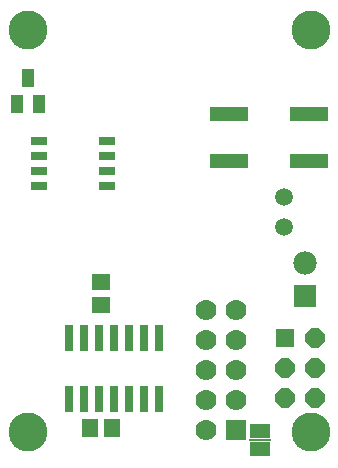
<source format=gts>
G75*
G70*
%OFA0B0*%
%FSLAX24Y24*%
%IPPOS*%
%LPD*%
%AMOC8*
5,1,8,0,0,1.08239X$1,22.5*
%
%ADD10C,0.1300*%
%ADD11R,0.0280X0.0910*%
%ADD12R,0.0640X0.0640*%
%ADD13OC8,0.0640*%
%ADD14R,0.0552X0.0631*%
%ADD15R,0.0700X0.0700*%
%ADD16C,0.0700*%
%ADD17R,0.0670X0.0500*%
%ADD18R,0.0720X0.0060*%
%ADD19R,0.1300X0.0512*%
%ADD20R,0.0780X0.0780*%
%ADD21C,0.0780*%
%ADD22C,0.0591*%
%ADD23R,0.0434X0.0591*%
%ADD24R,0.0540X0.0290*%
%ADD25R,0.0631X0.0552*%
D10*
X010135Y002661D03*
X019584Y002661D03*
X019584Y016047D03*
X010135Y016047D03*
D11*
X011530Y005805D03*
X012030Y005805D03*
X012530Y005805D03*
X013030Y005805D03*
X013530Y005805D03*
X014030Y005805D03*
X014530Y005805D03*
X014530Y003755D03*
X014030Y003755D03*
X013530Y003755D03*
X013030Y003755D03*
X012530Y003755D03*
X012030Y003755D03*
X011530Y003755D03*
D12*
X018730Y005780D03*
D13*
X018730Y004780D03*
X018730Y003780D03*
X019730Y003780D03*
X019730Y004780D03*
X019730Y005780D03*
D14*
X012954Y002780D03*
X012206Y002780D03*
D15*
X017080Y002730D03*
D16*
X017080Y003730D03*
X017080Y004730D03*
X017080Y005730D03*
X017080Y006730D03*
X016080Y006730D03*
X016080Y005730D03*
X016080Y004730D03*
X016080Y003730D03*
X016080Y002730D03*
D17*
X017880Y002680D03*
X017880Y002080D03*
D18*
X017880Y002380D03*
D19*
X016841Y011693D03*
X016841Y013267D03*
X019519Y013267D03*
X019519Y011693D03*
D20*
X019380Y007180D03*
D21*
X019380Y008280D03*
D22*
X018680Y009480D03*
X018680Y010480D03*
D23*
X010529Y013578D03*
X009781Y013578D03*
X010155Y014444D03*
D24*
X010531Y012359D03*
X010531Y011859D03*
X010531Y011359D03*
X010531Y010859D03*
X012783Y010859D03*
X012783Y011359D03*
X012783Y011859D03*
X012783Y012359D03*
D25*
X012580Y007654D03*
X012580Y006906D03*
M02*

</source>
